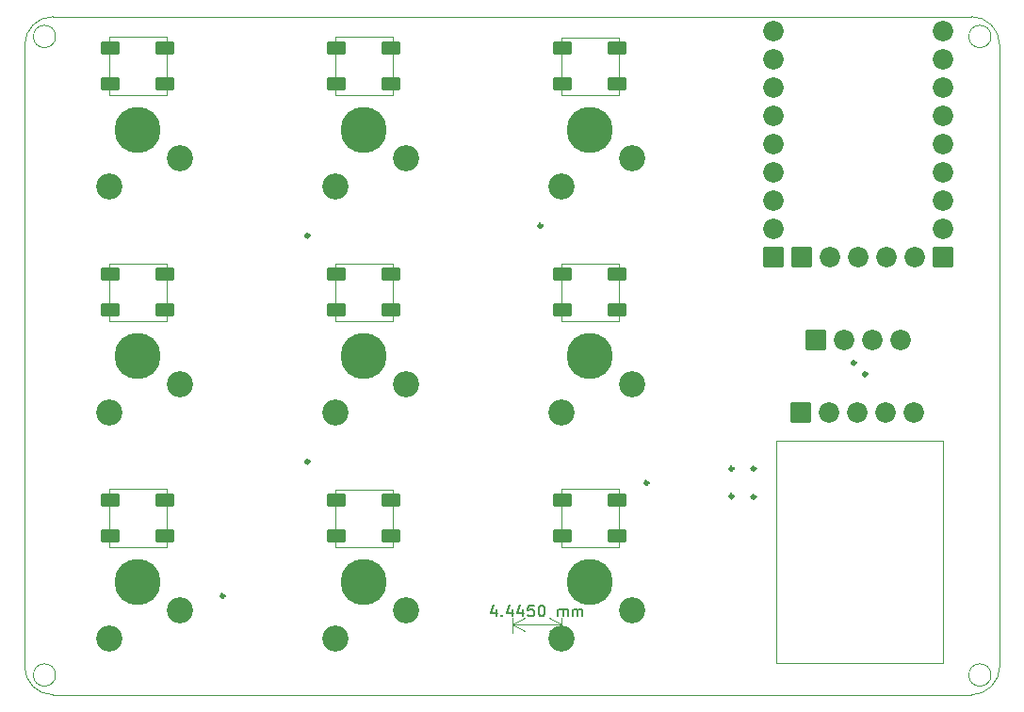
<source format=gbr>
%TF.GenerationSoftware,KiCad,Pcbnew,(6.0.5)*%
%TF.CreationDate,2022-06-17T09:46:01+08:00*%
%TF.ProjectId,keyboard_V4,6b657962-6f61-4726-945f-56342e6b6963,rev?*%
%TF.SameCoordinates,Original*%
%TF.FileFunction,Soldermask,Bot*%
%TF.FilePolarity,Negative*%
%FSLAX46Y46*%
G04 Gerber Fmt 4.6, Leading zero omitted, Abs format (unit mm)*
G04 Created by KiCad (PCBNEW (6.0.5)) date 2022-06-17 09:46:01*
%MOMM*%
%LPD*%
G01*
G04 APERTURE LIST*
G04 Aperture macros list*
%AMRoundRect*
0 Rectangle with rounded corners*
0 $1 Rounding radius*
0 $2 $3 $4 $5 $6 $7 $8 $9 X,Y pos of 4 corners*
0 Add a 4 corners polygon primitive as box body*
4,1,4,$2,$3,$4,$5,$6,$7,$8,$9,$2,$3,0*
0 Add four circle primitives for the rounded corners*
1,1,$1+$1,$2,$3*
1,1,$1+$1,$4,$5*
1,1,$1+$1,$6,$7*
1,1,$1+$1,$8,$9*
0 Add four rect primitives between the rounded corners*
20,1,$1+$1,$2,$3,$4,$5,0*
20,1,$1+$1,$4,$5,$6,$7,0*
20,1,$1+$1,$6,$7,$8,$9,0*
20,1,$1+$1,$8,$9,$2,$3,0*%
G04 Aperture macros list end*
%ADD10C,0.304000*%
%TA.AperFunction,Profile*%
%ADD11C,0.050000*%
%TD*%
%ADD12C,0.150000*%
%ADD13C,4.140000*%
%ADD14C,2.340000*%
%ADD15RoundRect,0.070000X0.850000X0.850000X-0.850000X0.850000X-0.850000X-0.850000X0.850000X-0.850000X0*%
%ADD16O,1.840000X1.840000*%
%ADD17RoundRect,0.070000X0.850000X-0.850000X0.850000X0.850000X-0.850000X0.850000X-0.850000X-0.850000X0*%
%ADD18RoundRect,0.070000X0.750000X0.500000X-0.750000X0.500000X-0.750000X-0.500000X0.750000X-0.500000X0*%
%ADD19RoundRect,0.070000X-0.750000X-0.500000X0.750000X-0.500000X0.750000X0.500000X-0.750000X0.500000X0*%
G04 APERTURE END LIST*
D10*
X86512000Y-97790000D02*
G75*
G03*
X86512000Y-97790000I-152000J0D01*
G01*
X76987000Y-74676000D02*
G75*
G03*
X76987000Y-74676000I-152000J0D01*
G01*
X96152000Y-96520000D02*
G75*
G03*
X96152000Y-96520000I-152000J0D01*
G01*
X48412000Y-107950000D02*
G75*
G03*
X48412000Y-107950000I-152000J0D01*
G01*
X105152000Y-87000000D02*
G75*
G03*
X105152000Y-87000000I-152000J0D01*
G01*
X94152000Y-96520000D02*
G75*
G03*
X94152000Y-96520000I-152000J0D01*
G01*
X56032000Y-95885000D02*
G75*
G03*
X56032000Y-95885000I-152000J0D01*
G01*
X96152000Y-99060000D02*
G75*
G03*
X96152000Y-99060000I-152000J0D01*
G01*
X56032000Y-75565000D02*
G75*
G03*
X56032000Y-75565000I-152000J0D01*
G01*
X106152000Y-88000000D02*
G75*
G03*
X106152000Y-88000000I-152000J0D01*
G01*
X94152000Y-99000000D02*
G75*
G03*
X94152000Y-99000000I-152000J0D01*
G01*
D11*
X43241538Y-103567747D02*
X38059938Y-103567747D01*
X38059938Y-103567747D02*
X38059938Y-98356147D01*
X38059938Y-98356147D02*
X43241538Y-98356147D01*
X43241538Y-98356147D02*
X43241538Y-103567747D01*
X115570000Y-55880000D02*
X33020000Y-55880000D01*
X83870800Y-83235800D02*
X78689200Y-83235800D01*
X78689200Y-83235800D02*
X78689200Y-78054200D01*
X78689200Y-78054200D02*
X83870800Y-78054200D01*
X83870800Y-78054200D02*
X83870800Y-83235800D01*
X117332000Y-57658000D02*
G75*
G03*
X117332000Y-57658000I-1000000J0D01*
G01*
X83876806Y-103567747D02*
X78695206Y-103567747D01*
X78695206Y-103567747D02*
X78695206Y-98366147D01*
X78695206Y-98366147D02*
X83876806Y-98366147D01*
X83876806Y-98366147D02*
X83876806Y-103567747D01*
X43241538Y-83255800D02*
X38059938Y-83255800D01*
X38059938Y-83255800D02*
X38059938Y-78054200D01*
X38059938Y-78054200D02*
X43241538Y-78054200D01*
X43241538Y-78054200D02*
X43241538Y-83255800D01*
X63559172Y-83255800D02*
X58377572Y-83255800D01*
X58377572Y-83255800D02*
X58377572Y-78054200D01*
X58377572Y-78054200D02*
X63559172Y-78054200D01*
X63559172Y-78054200D02*
X63559172Y-83255800D01*
X63550800Y-103575000D02*
X58369200Y-103575000D01*
X58369200Y-103575000D02*
X58369200Y-98373400D01*
X58369200Y-98373400D02*
X63550800Y-98373400D01*
X63550800Y-98373400D02*
X63550800Y-103575000D01*
X117332000Y-115062000D02*
G75*
G03*
X117332000Y-115062000I-1000000J0D01*
G01*
X118110000Y-58420000D02*
X118110000Y-114300000D01*
X30480000Y-58420000D02*
X30480000Y-114300000D01*
X30480000Y-114300000D02*
G75*
G03*
X33020000Y-116840000I2540000J0D01*
G01*
X43230800Y-62935800D02*
X38049200Y-62935800D01*
X38049200Y-62935800D02*
X38049200Y-57714200D01*
X38049200Y-57714200D02*
X43230800Y-57714200D01*
X43230800Y-57714200D02*
X43230800Y-62935800D01*
X33020000Y-116840000D02*
X115570000Y-116840000D01*
X83870800Y-62925800D02*
X78689200Y-62925800D01*
X78689200Y-62925800D02*
X78689200Y-57734200D01*
X78689200Y-57734200D02*
X83870800Y-57734200D01*
X83870800Y-57734200D02*
X83870800Y-62925800D01*
X33258000Y-57658000D02*
G75*
G03*
X33258000Y-57658000I-1000000J0D01*
G01*
X33020000Y-55880000D02*
G75*
G03*
X30480000Y-58420000I0J-2540000D01*
G01*
X118110000Y-58420000D02*
G75*
G03*
X115570000Y-55880000I-2540000J0D01*
G01*
X63550800Y-62935800D02*
X58369200Y-62935800D01*
X58369200Y-62935800D02*
X58369200Y-57714200D01*
X58369200Y-57714200D02*
X63550800Y-57714200D01*
X63550800Y-57714200D02*
X63550800Y-62935800D01*
X98000000Y-94000000D02*
X113000000Y-94000000D01*
X113000000Y-94000000D02*
X113000000Y-114000000D01*
X113000000Y-114000000D02*
X98000000Y-114000000D01*
X98000000Y-114000000D02*
X98000000Y-94000000D01*
X115570000Y-116840000D02*
G75*
G03*
X118110000Y-114300000I0J2540000D01*
G01*
X33258000Y-115062000D02*
G75*
G03*
X33258000Y-115062000I-1000000J0D01*
G01*
D12*
X72850833Y-109125714D02*
X72850833Y-109792380D01*
X72612738Y-108744761D02*
X72374642Y-109459047D01*
X72993690Y-109459047D01*
X73374642Y-109697142D02*
X73422261Y-109744761D01*
X73374642Y-109792380D01*
X73327023Y-109744761D01*
X73374642Y-109697142D01*
X73374642Y-109792380D01*
X74279404Y-109125714D02*
X74279404Y-109792380D01*
X74041309Y-108744761D02*
X73803214Y-109459047D01*
X74422261Y-109459047D01*
X75231785Y-109125714D02*
X75231785Y-109792380D01*
X74993690Y-108744761D02*
X74755595Y-109459047D01*
X75374642Y-109459047D01*
X76231785Y-108792380D02*
X75755595Y-108792380D01*
X75707976Y-109268571D01*
X75755595Y-109220952D01*
X75850833Y-109173333D01*
X76088928Y-109173333D01*
X76184166Y-109220952D01*
X76231785Y-109268571D01*
X76279404Y-109363809D01*
X76279404Y-109601904D01*
X76231785Y-109697142D01*
X76184166Y-109744761D01*
X76088928Y-109792380D01*
X75850833Y-109792380D01*
X75755595Y-109744761D01*
X75707976Y-109697142D01*
X76898452Y-108792380D02*
X76993690Y-108792380D01*
X77088928Y-108840000D01*
X77136547Y-108887619D01*
X77184166Y-108982857D01*
X77231785Y-109173333D01*
X77231785Y-109411428D01*
X77184166Y-109601904D01*
X77136547Y-109697142D01*
X77088928Y-109744761D01*
X76993690Y-109792380D01*
X76898452Y-109792380D01*
X76803214Y-109744761D01*
X76755595Y-109697142D01*
X76707976Y-109601904D01*
X76660357Y-109411428D01*
X76660357Y-109173333D01*
X76707976Y-108982857D01*
X76755595Y-108887619D01*
X76803214Y-108840000D01*
X76898452Y-108792380D01*
X78422261Y-109792380D02*
X78422261Y-109125714D01*
X78422261Y-109220952D02*
X78469880Y-109173333D01*
X78565119Y-109125714D01*
X78707976Y-109125714D01*
X78803214Y-109173333D01*
X78850833Y-109268571D01*
X78850833Y-109792380D01*
X78850833Y-109268571D02*
X78898452Y-109173333D01*
X78993690Y-109125714D01*
X79136547Y-109125714D01*
X79231785Y-109173333D01*
X79279404Y-109268571D01*
X79279404Y-109792380D01*
X79755595Y-109792380D02*
X79755595Y-109125714D01*
X79755595Y-109220952D02*
X79803214Y-109173333D01*
X79898452Y-109125714D01*
X80041309Y-109125714D01*
X80136547Y-109173333D01*
X80184166Y-109268571D01*
X80184166Y-109792380D01*
X80184166Y-109268571D02*
X80231785Y-109173333D01*
X80327023Y-109125714D01*
X80469880Y-109125714D01*
X80565119Y-109173333D01*
X80612738Y-109268571D01*
X80612738Y-109792380D01*
D11*
X78740000Y-111260000D02*
X78740000Y-109903580D01*
X74295000Y-111260000D02*
X74295000Y-109903580D01*
X78740000Y-110490000D02*
X74295000Y-110490000D01*
X78740000Y-110490000D02*
X74295000Y-110490000D01*
X78740000Y-110490000D02*
X77613496Y-109903579D01*
X78740000Y-110490000D02*
X77613496Y-111076421D01*
X74295000Y-110490000D02*
X75421504Y-111076421D01*
X74295000Y-110490000D02*
X75421504Y-109903579D01*
D13*
%TO.C,SW7*%
X40640000Y-66040000D03*
D14*
X38100000Y-71120000D03*
X44450000Y-68580000D03*
%TD*%
D13*
%TO.C,SW8*%
X60960000Y-66040000D03*
D14*
X58420000Y-71120000D03*
X64770000Y-68580000D03*
%TD*%
D15*
%TO.C,REF\u002A\u002A*%
X97790000Y-77470000D03*
D16*
X97790000Y-74930000D03*
X97790000Y-72390000D03*
X97790000Y-69850000D03*
X97790000Y-67310000D03*
X97790000Y-64770000D03*
X97790000Y-62230000D03*
X97790000Y-59690000D03*
X97790000Y-57150000D03*
%TD*%
D13*
%TO.C,SW3*%
X81280000Y-106680000D03*
D14*
X78740000Y-111760000D03*
X85090000Y-109220000D03*
%TD*%
D13*
%TO.C,SW2*%
X60960000Y-106680000D03*
D14*
X58420000Y-111760000D03*
X64770000Y-109220000D03*
%TD*%
D13*
%TO.C,SW4*%
X40640000Y-86360000D03*
D14*
X38100000Y-91440000D03*
X44450000Y-88900000D03*
%TD*%
D15*
%TO.C,REF\u002A\u002A*%
X113030000Y-77470000D03*
D16*
X113030000Y-74930000D03*
X113030000Y-72390000D03*
X113030000Y-69850000D03*
X113030000Y-67310000D03*
X113030000Y-64770000D03*
X113030000Y-62230000D03*
X113030000Y-59690000D03*
X113030000Y-57150000D03*
%TD*%
D13*
%TO.C,SW5*%
X60979218Y-86369609D03*
D14*
X58439218Y-91449609D03*
X64789218Y-88909609D03*
%TD*%
D13*
%TO.C,SW9*%
X81280000Y-66040000D03*
D14*
X78740000Y-71120000D03*
X85090000Y-68580000D03*
%TD*%
D13*
%TO.C,SW6*%
X81280000Y-86360000D03*
D14*
X78740000Y-91440000D03*
X85090000Y-88900000D03*
%TD*%
D13*
%TO.C,SW1*%
X40640000Y-106680000D03*
D14*
X38100000Y-111760000D03*
X44450000Y-109220000D03*
%TD*%
D17*
%TO.C,REF\u002A\u002A*%
X100330000Y-77470000D03*
D16*
X102870000Y-77470000D03*
X105410000Y-77470000D03*
X107950000Y-77470000D03*
X110490000Y-77470000D03*
%TD*%
D17*
%TO.C,OLED*%
X101610000Y-84963000D03*
D16*
X104150000Y-84963000D03*
X106690000Y-84963000D03*
X109230000Y-84963000D03*
%TD*%
D17*
%TO.C,EC11*%
X100203000Y-91440000D03*
D16*
X102743000Y-91440000D03*
X105283000Y-91440000D03*
X107823000Y-91440000D03*
X110363000Y-91440000D03*
%TD*%
D18*
%TO.C,RGB*%
X63410000Y-58725000D03*
X63410000Y-61925000D03*
X58510000Y-61925000D03*
X58510000Y-58725000D03*
%TD*%
%TO.C,RGB*%
X43090000Y-99365000D03*
X43090000Y-102565000D03*
X38190000Y-102565000D03*
X38190000Y-99365000D03*
%TD*%
%TO.C,RGB*%
X43090000Y-58725000D03*
X43090000Y-61925000D03*
X38190000Y-61925000D03*
X38190000Y-58725000D03*
%TD*%
%TO.C,RGB*%
X63410000Y-99365000D03*
X63410000Y-102565000D03*
X58510000Y-102565000D03*
X58510000Y-99365000D03*
%TD*%
%TO.C,RGB*%
X83730000Y-99365000D03*
X83730000Y-102565000D03*
X78830000Y-102565000D03*
X78830000Y-99365000D03*
%TD*%
%TO.C,RGB*%
X83730000Y-58725000D03*
X83730000Y-61925000D03*
X78830000Y-61925000D03*
X78830000Y-58725000D03*
%TD*%
D19*
%TO.C,RGB*%
X58519332Y-82252780D03*
X58519332Y-79052780D03*
X63419332Y-79052780D03*
X63419332Y-82252780D03*
%TD*%
%TO.C,RGB*%
X38195771Y-82252780D03*
X38195771Y-79052780D03*
X43095771Y-79052780D03*
X43095771Y-82252780D03*
%TD*%
%TO.C,RGB*%
X78830000Y-82245000D03*
X78830000Y-79045000D03*
X83730000Y-79045000D03*
X83730000Y-82245000D03*
%TD*%
M02*

</source>
